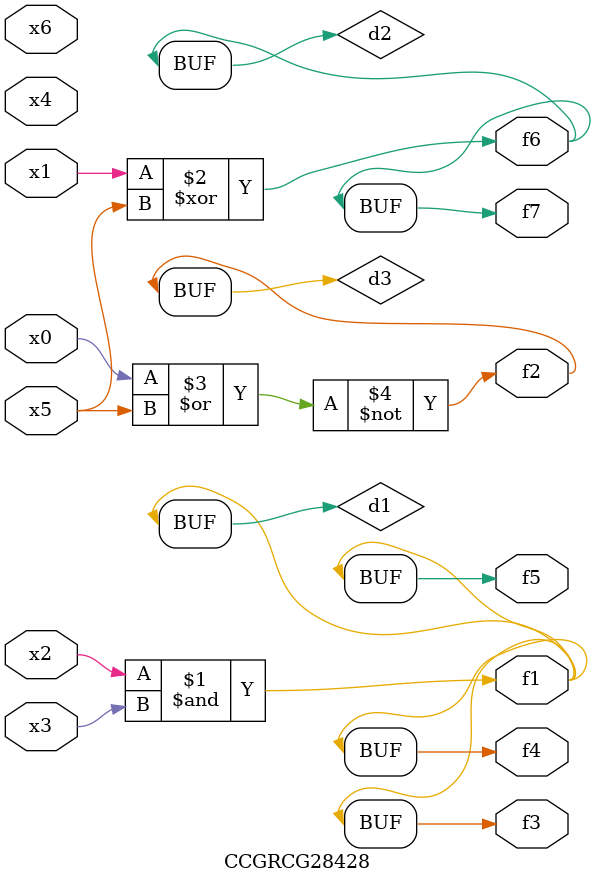
<source format=v>
module CCGRCG28428(
	input x0, x1, x2, x3, x4, x5, x6,
	output f1, f2, f3, f4, f5, f6, f7
);

	wire d1, d2, d3;

	and (d1, x2, x3);
	xor (d2, x1, x5);
	nor (d3, x0, x5);
	assign f1 = d1;
	assign f2 = d3;
	assign f3 = d1;
	assign f4 = d1;
	assign f5 = d1;
	assign f6 = d2;
	assign f7 = d2;
endmodule

</source>
